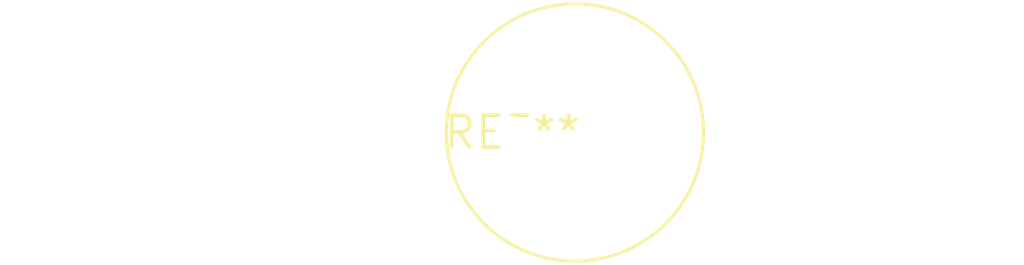
<source format=kicad_pcb>
(kicad_pcb (version 20240108) (generator pcbnew)
  (layers (0 "F.Cu" signal) (31 "B.Cu" signal) (34 "B.Paste" user) (35 "F.Paste" user) (36 "B.SilkS" user "B.Silkscreen") (37 "F.SilkS" user "F.Silkscreen") (38 "B.Mask" user) (39 "F.Mask" user) (44 "Edge.Cuts" user))
  (net 0 "")
  (footprint "L_Radial_D10.0mm_P5.00mm_Fastron_07M" (layer "F.Cu") (at 0 0)
    (property "Reference" "REF**")
    (property "Value" "L_Radial_D10.0mm_P5.00mm_Fastron_07M")
    (fp_circle (center 2.5 0) (end 7.62 0) (layer "F.SilkS") (stroke (width 0.12)) (fill none))
    (pad "1" thru_hole circle (at 0 0) (size 2.6 2.6) (drill 1.3) (layers *.Cu *.Mask) (remove_unused_layers))
    (pad "2" thru_hole circle (at 5 0) (size 2.6 2.6) (drill 1.3) (layers *.Cu *.Mask) (remove_unused_layers))
  )
)
</source>
